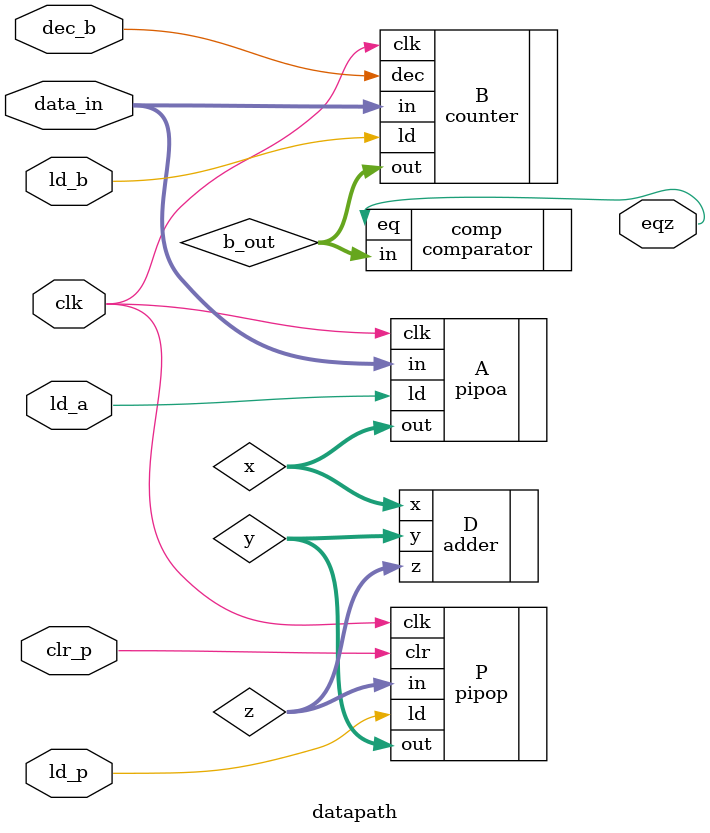
<source format=v>
module datapath(ld_a,ld_b,ld_p,clr_p,dec_b,eqz,data_in,clk);
    input ld_a,ld_b,ld_p,clr_p,dec_b,clk;
    input [15:0]data_in;
    output eqz;
    wire[15:0] x,y,z,b_out;
    pipoa A(.clk(clk), .in(data_in), .out(x), .ld(ld_a));
    pipop P(.clk(clk), .in(z), .out(y), .clr(clr_p), .ld(ld_p));
    comparator comp(.in(b_out), .eq(eqz));
    counter B(.clk(clk), .in(data_in), .out(b_out), .ld(ld_b), .dec(dec_b));
    adder D(.x(x), .y(y), .z(z));
endmodule

</source>
